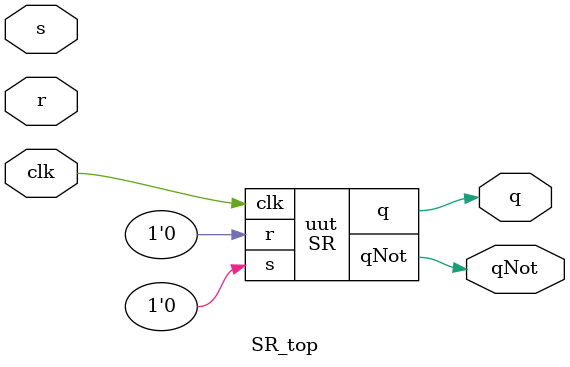
<source format=v>

`timescale 1ns/1ps

module SR(
  input wire clk, s, r,
  output reg q, qNot
  
);
  
  always @(posedge clk)
    if(r)
      begin
        q <= 0;
      end
  else if(s)
    begin
      q <= 1;
    end
  else
    begin
      q <= q;
    end
  
  assign qNot = ~q;
  
endmodule

module SR_top(
  input clk, s, r,
  output q, qNot
);
  
  SR uut(clk, 0, 0, q, qNot);
  
endmodule
</source>
